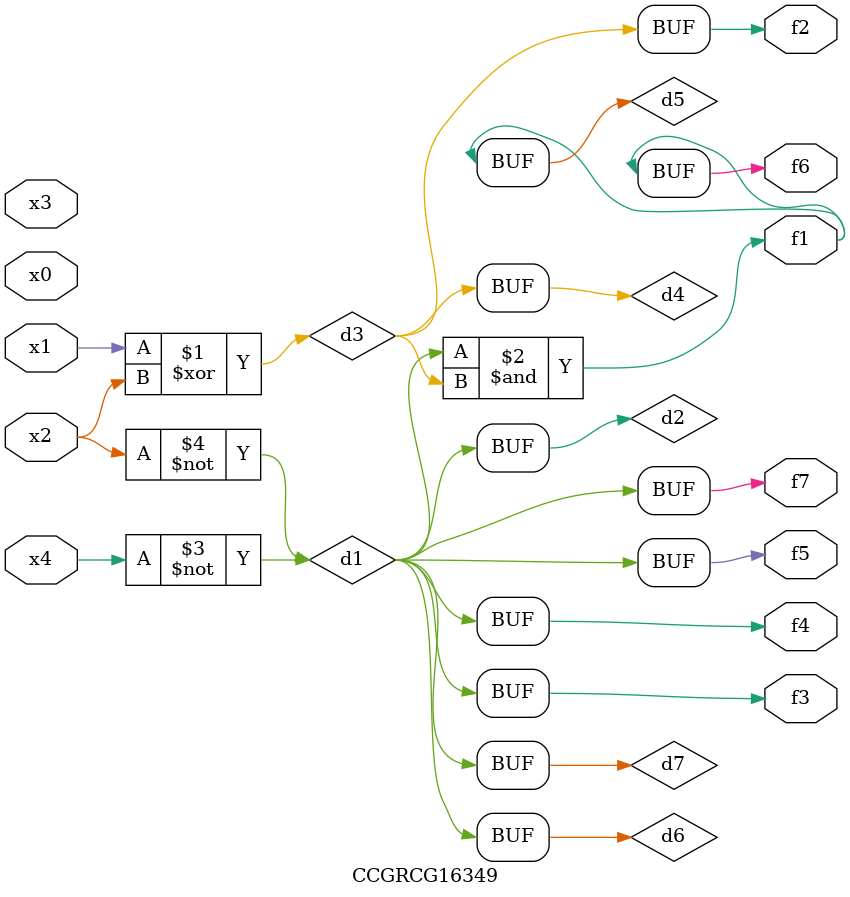
<source format=v>
module CCGRCG16349(
	input x0, x1, x2, x3, x4,
	output f1, f2, f3, f4, f5, f6, f7
);

	wire d1, d2, d3, d4, d5, d6, d7;

	not (d1, x4);
	not (d2, x2);
	xor (d3, x1, x2);
	buf (d4, d3);
	and (d5, d1, d3);
	buf (d6, d1, d2);
	buf (d7, d2);
	assign f1 = d5;
	assign f2 = d4;
	assign f3 = d7;
	assign f4 = d7;
	assign f5 = d7;
	assign f6 = d5;
	assign f7 = d7;
endmodule

</source>
